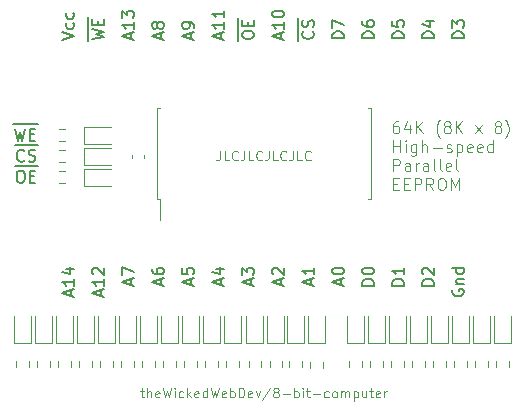
<source format=gbr>
%TF.GenerationSoftware,KiCad,Pcbnew,(5.1.10-1-10_14)*%
%TF.CreationDate,2021-10-02T01:03:44-04:00*%
%TF.ProjectId,microcode-eeprom,6d696372-6f63-46f6-9465-2d656570726f,rev?*%
%TF.SameCoordinates,Original*%
%TF.FileFunction,Legend,Top*%
%TF.FilePolarity,Positive*%
%FSLAX46Y46*%
G04 Gerber Fmt 4.6, Leading zero omitted, Abs format (unit mm)*
G04 Created by KiCad (PCBNEW (5.1.10-1-10_14)) date 2021-10-02 01:03:44*
%MOMM*%
%LPD*%
G01*
G04 APERTURE LIST*
%ADD10C,0.100000*%
%ADD11C,0.150000*%
%ADD12C,0.120000*%
G04 APERTURE END LIST*
D10*
X116700761Y-95065904D02*
X116700761Y-95637333D01*
X116662666Y-95751619D01*
X116586476Y-95827809D01*
X116472190Y-95865904D01*
X116396000Y-95865904D01*
X117462666Y-95865904D02*
X117081714Y-95865904D01*
X117081714Y-95065904D01*
X118186476Y-95789714D02*
X118148380Y-95827809D01*
X118034095Y-95865904D01*
X117957904Y-95865904D01*
X117843619Y-95827809D01*
X117767428Y-95751619D01*
X117729333Y-95675428D01*
X117691238Y-95523047D01*
X117691238Y-95408761D01*
X117729333Y-95256380D01*
X117767428Y-95180190D01*
X117843619Y-95104000D01*
X117957904Y-95065904D01*
X118034095Y-95065904D01*
X118148380Y-95104000D01*
X118186476Y-95142095D01*
X118757904Y-95065904D02*
X118757904Y-95637333D01*
X118719809Y-95751619D01*
X118643619Y-95827809D01*
X118529333Y-95865904D01*
X118453142Y-95865904D01*
X119519809Y-95865904D02*
X119138857Y-95865904D01*
X119138857Y-95065904D01*
X120243619Y-95789714D02*
X120205523Y-95827809D01*
X120091238Y-95865904D01*
X120015047Y-95865904D01*
X119900761Y-95827809D01*
X119824571Y-95751619D01*
X119786476Y-95675428D01*
X119748380Y-95523047D01*
X119748380Y-95408761D01*
X119786476Y-95256380D01*
X119824571Y-95180190D01*
X119900761Y-95104000D01*
X120015047Y-95065904D01*
X120091238Y-95065904D01*
X120205523Y-95104000D01*
X120243619Y-95142095D01*
X120815047Y-95065904D02*
X120815047Y-95637333D01*
X120776952Y-95751619D01*
X120700761Y-95827809D01*
X120586476Y-95865904D01*
X120510285Y-95865904D01*
X121576952Y-95865904D02*
X121196000Y-95865904D01*
X121196000Y-95065904D01*
X122300761Y-95789714D02*
X122262666Y-95827809D01*
X122148380Y-95865904D01*
X122072190Y-95865904D01*
X121957904Y-95827809D01*
X121881714Y-95751619D01*
X121843619Y-95675428D01*
X121805523Y-95523047D01*
X121805523Y-95408761D01*
X121843619Y-95256380D01*
X121881714Y-95180190D01*
X121957904Y-95104000D01*
X122072190Y-95065904D01*
X122148380Y-95065904D01*
X122262666Y-95104000D01*
X122300761Y-95142095D01*
X122872190Y-95065904D02*
X122872190Y-95637333D01*
X122834095Y-95751619D01*
X122757904Y-95827809D01*
X122643619Y-95865904D01*
X122567428Y-95865904D01*
X123634095Y-95865904D02*
X123253142Y-95865904D01*
X123253142Y-95065904D01*
X124357904Y-95789714D02*
X124319809Y-95827809D01*
X124205523Y-95865904D01*
X124129333Y-95865904D01*
X124015047Y-95827809D01*
X123938857Y-95751619D01*
X123900761Y-95675428D01*
X123862666Y-95523047D01*
X123862666Y-95408761D01*
X123900761Y-95256380D01*
X123938857Y-95180190D01*
X124015047Y-95104000D01*
X124129333Y-95065904D01*
X124205523Y-95065904D01*
X124319809Y-95104000D01*
X124357904Y-95142095D01*
X109957904Y-115398571D02*
X110262666Y-115398571D01*
X110072190Y-115131904D02*
X110072190Y-115817619D01*
X110110285Y-115893809D01*
X110186476Y-115931904D01*
X110262666Y-115931904D01*
X110529333Y-115931904D02*
X110529333Y-115131904D01*
X110872190Y-115931904D02*
X110872190Y-115512857D01*
X110834095Y-115436666D01*
X110757904Y-115398571D01*
X110643619Y-115398571D01*
X110567428Y-115436666D01*
X110529333Y-115474761D01*
X111557904Y-115893809D02*
X111481714Y-115931904D01*
X111329333Y-115931904D01*
X111253142Y-115893809D01*
X111215047Y-115817619D01*
X111215047Y-115512857D01*
X111253142Y-115436666D01*
X111329333Y-115398571D01*
X111481714Y-115398571D01*
X111557904Y-115436666D01*
X111596000Y-115512857D01*
X111596000Y-115589047D01*
X111215047Y-115665238D01*
X111862666Y-115131904D02*
X112053142Y-115931904D01*
X112205523Y-115360476D01*
X112357904Y-115931904D01*
X112548380Y-115131904D01*
X112853142Y-115931904D02*
X112853142Y-115398571D01*
X112853142Y-115131904D02*
X112815047Y-115170000D01*
X112853142Y-115208095D01*
X112891238Y-115170000D01*
X112853142Y-115131904D01*
X112853142Y-115208095D01*
X113576952Y-115893809D02*
X113500761Y-115931904D01*
X113348380Y-115931904D01*
X113272190Y-115893809D01*
X113234095Y-115855714D01*
X113196000Y-115779523D01*
X113196000Y-115550952D01*
X113234095Y-115474761D01*
X113272190Y-115436666D01*
X113348380Y-115398571D01*
X113500761Y-115398571D01*
X113576952Y-115436666D01*
X113919809Y-115931904D02*
X113919809Y-115131904D01*
X113996000Y-115627142D02*
X114224571Y-115931904D01*
X114224571Y-115398571D02*
X113919809Y-115703333D01*
X114872190Y-115893809D02*
X114796000Y-115931904D01*
X114643619Y-115931904D01*
X114567428Y-115893809D01*
X114529333Y-115817619D01*
X114529333Y-115512857D01*
X114567428Y-115436666D01*
X114643619Y-115398571D01*
X114796000Y-115398571D01*
X114872190Y-115436666D01*
X114910285Y-115512857D01*
X114910285Y-115589047D01*
X114529333Y-115665238D01*
X115596000Y-115931904D02*
X115596000Y-115131904D01*
X115596000Y-115893809D02*
X115519809Y-115931904D01*
X115367428Y-115931904D01*
X115291238Y-115893809D01*
X115253142Y-115855714D01*
X115215047Y-115779523D01*
X115215047Y-115550952D01*
X115253142Y-115474761D01*
X115291238Y-115436666D01*
X115367428Y-115398571D01*
X115519809Y-115398571D01*
X115596000Y-115436666D01*
X115900761Y-115131904D02*
X116091238Y-115931904D01*
X116243619Y-115360476D01*
X116396000Y-115931904D01*
X116586476Y-115131904D01*
X117196000Y-115893809D02*
X117119809Y-115931904D01*
X116967428Y-115931904D01*
X116891238Y-115893809D01*
X116853142Y-115817619D01*
X116853142Y-115512857D01*
X116891238Y-115436666D01*
X116967428Y-115398571D01*
X117119809Y-115398571D01*
X117196000Y-115436666D01*
X117234095Y-115512857D01*
X117234095Y-115589047D01*
X116853142Y-115665238D01*
X117576952Y-115931904D02*
X117576952Y-115131904D01*
X117576952Y-115436666D02*
X117653142Y-115398571D01*
X117805523Y-115398571D01*
X117881714Y-115436666D01*
X117919809Y-115474761D01*
X117957904Y-115550952D01*
X117957904Y-115779523D01*
X117919809Y-115855714D01*
X117881714Y-115893809D01*
X117805523Y-115931904D01*
X117653142Y-115931904D01*
X117576952Y-115893809D01*
X118300761Y-115931904D02*
X118300761Y-115131904D01*
X118491238Y-115131904D01*
X118605523Y-115170000D01*
X118681714Y-115246190D01*
X118719809Y-115322380D01*
X118757904Y-115474761D01*
X118757904Y-115589047D01*
X118719809Y-115741428D01*
X118681714Y-115817619D01*
X118605523Y-115893809D01*
X118491238Y-115931904D01*
X118300761Y-115931904D01*
X119405523Y-115893809D02*
X119329333Y-115931904D01*
X119176952Y-115931904D01*
X119100761Y-115893809D01*
X119062666Y-115817619D01*
X119062666Y-115512857D01*
X119100761Y-115436666D01*
X119176952Y-115398571D01*
X119329333Y-115398571D01*
X119405523Y-115436666D01*
X119443619Y-115512857D01*
X119443619Y-115589047D01*
X119062666Y-115665238D01*
X119710285Y-115398571D02*
X119900761Y-115931904D01*
X120091238Y-115398571D01*
X120967428Y-115093809D02*
X120281714Y-116122380D01*
X121348380Y-115474761D02*
X121272190Y-115436666D01*
X121234095Y-115398571D01*
X121196000Y-115322380D01*
X121196000Y-115284285D01*
X121234095Y-115208095D01*
X121272190Y-115170000D01*
X121348380Y-115131904D01*
X121500761Y-115131904D01*
X121576952Y-115170000D01*
X121615047Y-115208095D01*
X121653142Y-115284285D01*
X121653142Y-115322380D01*
X121615047Y-115398571D01*
X121576952Y-115436666D01*
X121500761Y-115474761D01*
X121348380Y-115474761D01*
X121272190Y-115512857D01*
X121234095Y-115550952D01*
X121196000Y-115627142D01*
X121196000Y-115779523D01*
X121234095Y-115855714D01*
X121272190Y-115893809D01*
X121348380Y-115931904D01*
X121500761Y-115931904D01*
X121576952Y-115893809D01*
X121615047Y-115855714D01*
X121653142Y-115779523D01*
X121653142Y-115627142D01*
X121615047Y-115550952D01*
X121576952Y-115512857D01*
X121500761Y-115474761D01*
X121996000Y-115627142D02*
X122605523Y-115627142D01*
X122986476Y-115931904D02*
X122986476Y-115131904D01*
X122986476Y-115436666D02*
X123062666Y-115398571D01*
X123215047Y-115398571D01*
X123291238Y-115436666D01*
X123329333Y-115474761D01*
X123367428Y-115550952D01*
X123367428Y-115779523D01*
X123329333Y-115855714D01*
X123291238Y-115893809D01*
X123215047Y-115931904D01*
X123062666Y-115931904D01*
X122986476Y-115893809D01*
X123710285Y-115931904D02*
X123710285Y-115398571D01*
X123710285Y-115131904D02*
X123672190Y-115170000D01*
X123710285Y-115208095D01*
X123748380Y-115170000D01*
X123710285Y-115131904D01*
X123710285Y-115208095D01*
X123976952Y-115398571D02*
X124281714Y-115398571D01*
X124091238Y-115131904D02*
X124091238Y-115817619D01*
X124129333Y-115893809D01*
X124205523Y-115931904D01*
X124281714Y-115931904D01*
X124548380Y-115627142D02*
X125157904Y-115627142D01*
X125881714Y-115893809D02*
X125805523Y-115931904D01*
X125653142Y-115931904D01*
X125576952Y-115893809D01*
X125538857Y-115855714D01*
X125500761Y-115779523D01*
X125500761Y-115550952D01*
X125538857Y-115474761D01*
X125576952Y-115436666D01*
X125653142Y-115398571D01*
X125805523Y-115398571D01*
X125881714Y-115436666D01*
X126338857Y-115931904D02*
X126262666Y-115893809D01*
X126224571Y-115855714D01*
X126186476Y-115779523D01*
X126186476Y-115550952D01*
X126224571Y-115474761D01*
X126262666Y-115436666D01*
X126338857Y-115398571D01*
X126453142Y-115398571D01*
X126529333Y-115436666D01*
X126567428Y-115474761D01*
X126605523Y-115550952D01*
X126605523Y-115779523D01*
X126567428Y-115855714D01*
X126529333Y-115893809D01*
X126453142Y-115931904D01*
X126338857Y-115931904D01*
X126948380Y-115931904D02*
X126948380Y-115398571D01*
X126948380Y-115474761D02*
X126986476Y-115436666D01*
X127062666Y-115398571D01*
X127176952Y-115398571D01*
X127253142Y-115436666D01*
X127291238Y-115512857D01*
X127291238Y-115931904D01*
X127291238Y-115512857D02*
X127329333Y-115436666D01*
X127405523Y-115398571D01*
X127519809Y-115398571D01*
X127596000Y-115436666D01*
X127634095Y-115512857D01*
X127634095Y-115931904D01*
X128015047Y-115398571D02*
X128015047Y-116198571D01*
X128015047Y-115436666D02*
X128091238Y-115398571D01*
X128243619Y-115398571D01*
X128319809Y-115436666D01*
X128357904Y-115474761D01*
X128396000Y-115550952D01*
X128396000Y-115779523D01*
X128357904Y-115855714D01*
X128319809Y-115893809D01*
X128243619Y-115931904D01*
X128091238Y-115931904D01*
X128015047Y-115893809D01*
X129081714Y-115398571D02*
X129081714Y-115931904D01*
X128738857Y-115398571D02*
X128738857Y-115817619D01*
X128776952Y-115893809D01*
X128853142Y-115931904D01*
X128967428Y-115931904D01*
X129043619Y-115893809D01*
X129081714Y-115855714D01*
X129348380Y-115398571D02*
X129653142Y-115398571D01*
X129462666Y-115131904D02*
X129462666Y-115817619D01*
X129500761Y-115893809D01*
X129576952Y-115931904D01*
X129653142Y-115931904D01*
X130224571Y-115893809D02*
X130148380Y-115931904D01*
X129996000Y-115931904D01*
X129919809Y-115893809D01*
X129881714Y-115817619D01*
X129881714Y-115512857D01*
X129919809Y-115436666D01*
X129996000Y-115398571D01*
X130148380Y-115398571D01*
X130224571Y-115436666D01*
X130262666Y-115512857D01*
X130262666Y-115589047D01*
X129881714Y-115665238D01*
X130605523Y-115931904D02*
X130605523Y-115398571D01*
X130605523Y-115550952D02*
X130643619Y-115474761D01*
X130681714Y-115436666D01*
X130757904Y-115398571D01*
X130834095Y-115398571D01*
X131795666Y-92556380D02*
X131605190Y-92556380D01*
X131509952Y-92604000D01*
X131462333Y-92651619D01*
X131367095Y-92794476D01*
X131319476Y-92984952D01*
X131319476Y-93365904D01*
X131367095Y-93461142D01*
X131414714Y-93508761D01*
X131509952Y-93556380D01*
X131700428Y-93556380D01*
X131795666Y-93508761D01*
X131843285Y-93461142D01*
X131890904Y-93365904D01*
X131890904Y-93127809D01*
X131843285Y-93032571D01*
X131795666Y-92984952D01*
X131700428Y-92937333D01*
X131509952Y-92937333D01*
X131414714Y-92984952D01*
X131367095Y-93032571D01*
X131319476Y-93127809D01*
X132748047Y-92889714D02*
X132748047Y-93556380D01*
X132509952Y-92508761D02*
X132271857Y-93223047D01*
X132890904Y-93223047D01*
X133271857Y-93556380D02*
X133271857Y-92556380D01*
X133843285Y-93556380D02*
X133414714Y-92984952D01*
X133843285Y-92556380D02*
X133271857Y-93127809D01*
X135319476Y-93937333D02*
X135271857Y-93889714D01*
X135176619Y-93746857D01*
X135129000Y-93651619D01*
X135081380Y-93508761D01*
X135033761Y-93270666D01*
X135033761Y-93080190D01*
X135081380Y-92842095D01*
X135129000Y-92699238D01*
X135176619Y-92604000D01*
X135271857Y-92461142D01*
X135319476Y-92413523D01*
X135843285Y-92984952D02*
X135748047Y-92937333D01*
X135700428Y-92889714D01*
X135652809Y-92794476D01*
X135652809Y-92746857D01*
X135700428Y-92651619D01*
X135748047Y-92604000D01*
X135843285Y-92556380D01*
X136033761Y-92556380D01*
X136129000Y-92604000D01*
X136176619Y-92651619D01*
X136224238Y-92746857D01*
X136224238Y-92794476D01*
X136176619Y-92889714D01*
X136129000Y-92937333D01*
X136033761Y-92984952D01*
X135843285Y-92984952D01*
X135748047Y-93032571D01*
X135700428Y-93080190D01*
X135652809Y-93175428D01*
X135652809Y-93365904D01*
X135700428Y-93461142D01*
X135748047Y-93508761D01*
X135843285Y-93556380D01*
X136033761Y-93556380D01*
X136129000Y-93508761D01*
X136176619Y-93461142D01*
X136224238Y-93365904D01*
X136224238Y-93175428D01*
X136176619Y-93080190D01*
X136129000Y-93032571D01*
X136033761Y-92984952D01*
X136652809Y-93556380D02*
X136652809Y-92556380D01*
X137224238Y-93556380D02*
X136795666Y-92984952D01*
X137224238Y-92556380D02*
X136652809Y-93127809D01*
X138319476Y-93556380D02*
X138843285Y-92889714D01*
X138319476Y-92889714D02*
X138843285Y-93556380D01*
X140129000Y-92984952D02*
X140033761Y-92937333D01*
X139986142Y-92889714D01*
X139938523Y-92794476D01*
X139938523Y-92746857D01*
X139986142Y-92651619D01*
X140033761Y-92604000D01*
X140129000Y-92556380D01*
X140319476Y-92556380D01*
X140414714Y-92604000D01*
X140462333Y-92651619D01*
X140509952Y-92746857D01*
X140509952Y-92794476D01*
X140462333Y-92889714D01*
X140414714Y-92937333D01*
X140319476Y-92984952D01*
X140129000Y-92984952D01*
X140033761Y-93032571D01*
X139986142Y-93080190D01*
X139938523Y-93175428D01*
X139938523Y-93365904D01*
X139986142Y-93461142D01*
X140033761Y-93508761D01*
X140129000Y-93556380D01*
X140319476Y-93556380D01*
X140414714Y-93508761D01*
X140462333Y-93461142D01*
X140509952Y-93365904D01*
X140509952Y-93175428D01*
X140462333Y-93080190D01*
X140414714Y-93032571D01*
X140319476Y-92984952D01*
X140843285Y-93937333D02*
X140890904Y-93889714D01*
X140986142Y-93746857D01*
X141033761Y-93651619D01*
X141081380Y-93508761D01*
X141129000Y-93270666D01*
X141129000Y-93080190D01*
X141081380Y-92842095D01*
X141033761Y-92699238D01*
X140986142Y-92604000D01*
X140890904Y-92461142D01*
X140843285Y-92413523D01*
X131367095Y-95156380D02*
X131367095Y-94156380D01*
X131367095Y-94632571D02*
X131938523Y-94632571D01*
X131938523Y-95156380D02*
X131938523Y-94156380D01*
X132414714Y-95156380D02*
X132414714Y-94489714D01*
X132414714Y-94156380D02*
X132367095Y-94204000D01*
X132414714Y-94251619D01*
X132462333Y-94204000D01*
X132414714Y-94156380D01*
X132414714Y-94251619D01*
X133319476Y-94489714D02*
X133319476Y-95299238D01*
X133271857Y-95394476D01*
X133224238Y-95442095D01*
X133129000Y-95489714D01*
X132986142Y-95489714D01*
X132890904Y-95442095D01*
X133319476Y-95108761D02*
X133224238Y-95156380D01*
X133033761Y-95156380D01*
X132938523Y-95108761D01*
X132890904Y-95061142D01*
X132843285Y-94965904D01*
X132843285Y-94680190D01*
X132890904Y-94584952D01*
X132938523Y-94537333D01*
X133033761Y-94489714D01*
X133224238Y-94489714D01*
X133319476Y-94537333D01*
X133795666Y-95156380D02*
X133795666Y-94156380D01*
X134224238Y-95156380D02*
X134224238Y-94632571D01*
X134176619Y-94537333D01*
X134081380Y-94489714D01*
X133938523Y-94489714D01*
X133843285Y-94537333D01*
X133795666Y-94584952D01*
X134700428Y-94775428D02*
X135462333Y-94775428D01*
X135890904Y-95108761D02*
X135986142Y-95156380D01*
X136176619Y-95156380D01*
X136271857Y-95108761D01*
X136319476Y-95013523D01*
X136319476Y-94965904D01*
X136271857Y-94870666D01*
X136176619Y-94823047D01*
X136033761Y-94823047D01*
X135938523Y-94775428D01*
X135890904Y-94680190D01*
X135890904Y-94632571D01*
X135938523Y-94537333D01*
X136033761Y-94489714D01*
X136176619Y-94489714D01*
X136271857Y-94537333D01*
X136748047Y-94489714D02*
X136748047Y-95489714D01*
X136748047Y-94537333D02*
X136843285Y-94489714D01*
X137033761Y-94489714D01*
X137129000Y-94537333D01*
X137176619Y-94584952D01*
X137224238Y-94680190D01*
X137224238Y-94965904D01*
X137176619Y-95061142D01*
X137129000Y-95108761D01*
X137033761Y-95156380D01*
X136843285Y-95156380D01*
X136748047Y-95108761D01*
X138033761Y-95108761D02*
X137938523Y-95156380D01*
X137748047Y-95156380D01*
X137652809Y-95108761D01*
X137605190Y-95013523D01*
X137605190Y-94632571D01*
X137652809Y-94537333D01*
X137748047Y-94489714D01*
X137938523Y-94489714D01*
X138033761Y-94537333D01*
X138081380Y-94632571D01*
X138081380Y-94727809D01*
X137605190Y-94823047D01*
X138890904Y-95108761D02*
X138795666Y-95156380D01*
X138605190Y-95156380D01*
X138509952Y-95108761D01*
X138462333Y-95013523D01*
X138462333Y-94632571D01*
X138509952Y-94537333D01*
X138605190Y-94489714D01*
X138795666Y-94489714D01*
X138890904Y-94537333D01*
X138938523Y-94632571D01*
X138938523Y-94727809D01*
X138462333Y-94823047D01*
X139795666Y-95156380D02*
X139795666Y-94156380D01*
X139795666Y-95108761D02*
X139700428Y-95156380D01*
X139509952Y-95156380D01*
X139414714Y-95108761D01*
X139367095Y-95061142D01*
X139319476Y-94965904D01*
X139319476Y-94680190D01*
X139367095Y-94584952D01*
X139414714Y-94537333D01*
X139509952Y-94489714D01*
X139700428Y-94489714D01*
X139795666Y-94537333D01*
X131367095Y-96756380D02*
X131367095Y-95756380D01*
X131748047Y-95756380D01*
X131843285Y-95804000D01*
X131890904Y-95851619D01*
X131938523Y-95946857D01*
X131938523Y-96089714D01*
X131890904Y-96184952D01*
X131843285Y-96232571D01*
X131748047Y-96280190D01*
X131367095Y-96280190D01*
X132795666Y-96756380D02*
X132795666Y-96232571D01*
X132748047Y-96137333D01*
X132652809Y-96089714D01*
X132462333Y-96089714D01*
X132367095Y-96137333D01*
X132795666Y-96708761D02*
X132700428Y-96756380D01*
X132462333Y-96756380D01*
X132367095Y-96708761D01*
X132319476Y-96613523D01*
X132319476Y-96518285D01*
X132367095Y-96423047D01*
X132462333Y-96375428D01*
X132700428Y-96375428D01*
X132795666Y-96327809D01*
X133271857Y-96756380D02*
X133271857Y-96089714D01*
X133271857Y-96280190D02*
X133319476Y-96184952D01*
X133367095Y-96137333D01*
X133462333Y-96089714D01*
X133557571Y-96089714D01*
X134319476Y-96756380D02*
X134319476Y-96232571D01*
X134271857Y-96137333D01*
X134176619Y-96089714D01*
X133986142Y-96089714D01*
X133890904Y-96137333D01*
X134319476Y-96708761D02*
X134224238Y-96756380D01*
X133986142Y-96756380D01*
X133890904Y-96708761D01*
X133843285Y-96613523D01*
X133843285Y-96518285D01*
X133890904Y-96423047D01*
X133986142Y-96375428D01*
X134224238Y-96375428D01*
X134319476Y-96327809D01*
X134938523Y-96756380D02*
X134843285Y-96708761D01*
X134795666Y-96613523D01*
X134795666Y-95756380D01*
X135462333Y-96756380D02*
X135367095Y-96708761D01*
X135319476Y-96613523D01*
X135319476Y-95756380D01*
X136224238Y-96708761D02*
X136129000Y-96756380D01*
X135938523Y-96756380D01*
X135843285Y-96708761D01*
X135795666Y-96613523D01*
X135795666Y-96232571D01*
X135843285Y-96137333D01*
X135938523Y-96089714D01*
X136129000Y-96089714D01*
X136224238Y-96137333D01*
X136271857Y-96232571D01*
X136271857Y-96327809D01*
X135795666Y-96423047D01*
X136843285Y-96756380D02*
X136748047Y-96708761D01*
X136700428Y-96613523D01*
X136700428Y-95756380D01*
X131367095Y-97832571D02*
X131700428Y-97832571D01*
X131843285Y-98356380D02*
X131367095Y-98356380D01*
X131367095Y-97356380D01*
X131843285Y-97356380D01*
X132271857Y-97832571D02*
X132605190Y-97832571D01*
X132748047Y-98356380D02*
X132271857Y-98356380D01*
X132271857Y-97356380D01*
X132748047Y-97356380D01*
X133176619Y-98356380D02*
X133176619Y-97356380D01*
X133557571Y-97356380D01*
X133652809Y-97404000D01*
X133700428Y-97451619D01*
X133748047Y-97546857D01*
X133748047Y-97689714D01*
X133700428Y-97784952D01*
X133652809Y-97832571D01*
X133557571Y-97880190D01*
X133176619Y-97880190D01*
X134748047Y-98356380D02*
X134414714Y-97880190D01*
X134176619Y-98356380D02*
X134176619Y-97356380D01*
X134557571Y-97356380D01*
X134652809Y-97404000D01*
X134700428Y-97451619D01*
X134748047Y-97546857D01*
X134748047Y-97689714D01*
X134700428Y-97784952D01*
X134652809Y-97832571D01*
X134557571Y-97880190D01*
X134176619Y-97880190D01*
X135367095Y-97356380D02*
X135557571Y-97356380D01*
X135652809Y-97404000D01*
X135748047Y-97499238D01*
X135795666Y-97689714D01*
X135795666Y-98023047D01*
X135748047Y-98213523D01*
X135652809Y-98308761D01*
X135557571Y-98356380D01*
X135367095Y-98356380D01*
X135271857Y-98308761D01*
X135176619Y-98213523D01*
X135129000Y-98023047D01*
X135129000Y-97689714D01*
X135176619Y-97499238D01*
X135271857Y-97404000D01*
X135367095Y-97356380D01*
X136224238Y-98356380D02*
X136224238Y-97356380D01*
X136557571Y-98070666D01*
X136890904Y-97356380D01*
X136890904Y-98356380D01*
D11*
X99296119Y-96367000D02*
X100343738Y-96367000D01*
X99724690Y-96734380D02*
X99915166Y-96734380D01*
X100010404Y-96782000D01*
X100105642Y-96877238D01*
X100153261Y-97067714D01*
X100153261Y-97401047D01*
X100105642Y-97591523D01*
X100010404Y-97686761D01*
X99915166Y-97734380D01*
X99724690Y-97734380D01*
X99629452Y-97686761D01*
X99534214Y-97591523D01*
X99486595Y-97401047D01*
X99486595Y-97067714D01*
X99534214Y-96877238D01*
X99629452Y-96782000D01*
X99724690Y-96734380D01*
X100343738Y-96367000D02*
X101248500Y-96367000D01*
X100581833Y-97210571D02*
X100915166Y-97210571D01*
X101058023Y-97734380D02*
X100581833Y-97734380D01*
X100581833Y-96734380D01*
X101058023Y-96734380D01*
X99296119Y-94589000D02*
X100296119Y-94589000D01*
X100105642Y-95861142D02*
X100058023Y-95908761D01*
X99915166Y-95956380D01*
X99819928Y-95956380D01*
X99677071Y-95908761D01*
X99581833Y-95813523D01*
X99534214Y-95718285D01*
X99486595Y-95527809D01*
X99486595Y-95384952D01*
X99534214Y-95194476D01*
X99581833Y-95099238D01*
X99677071Y-95004000D01*
X99819928Y-94956380D01*
X99915166Y-94956380D01*
X100058023Y-95004000D01*
X100105642Y-95051619D01*
X100296119Y-94589000D02*
X101248500Y-94589000D01*
X100486595Y-95908761D02*
X100629452Y-95956380D01*
X100867547Y-95956380D01*
X100962785Y-95908761D01*
X101010404Y-95861142D01*
X101058023Y-95765904D01*
X101058023Y-95670666D01*
X101010404Y-95575428D01*
X100962785Y-95527809D01*
X100867547Y-95480190D01*
X100677071Y-95432571D01*
X100581833Y-95384952D01*
X100534214Y-95337333D01*
X100486595Y-95242095D01*
X100486595Y-95146857D01*
X100534214Y-95051619D01*
X100581833Y-95004000D01*
X100677071Y-94956380D01*
X100915166Y-94956380D01*
X101058023Y-95004000D01*
X99200880Y-92811000D02*
X100343738Y-92811000D01*
X99343738Y-93178380D02*
X99581833Y-94178380D01*
X99772309Y-93464095D01*
X99962785Y-94178380D01*
X100200880Y-93178380D01*
X100343738Y-92811000D02*
X101248500Y-92811000D01*
X100581833Y-93654571D02*
X100915166Y-93654571D01*
X101058023Y-94178380D02*
X100581833Y-94178380D01*
X100581833Y-93178380D01*
X101058023Y-93178380D01*
X136406000Y-106793119D02*
X136358380Y-106888357D01*
X136358380Y-107031214D01*
X136406000Y-107174071D01*
X136501238Y-107269309D01*
X136596476Y-107316928D01*
X136786952Y-107364547D01*
X136929809Y-107364547D01*
X137120285Y-107316928D01*
X137215523Y-107269309D01*
X137310761Y-107174071D01*
X137358380Y-107031214D01*
X137358380Y-106935976D01*
X137310761Y-106793119D01*
X137263142Y-106745500D01*
X136929809Y-106745500D01*
X136929809Y-106935976D01*
X136691714Y-106316928D02*
X137358380Y-106316928D01*
X136786952Y-106316928D02*
X136739333Y-106269309D01*
X136691714Y-106174071D01*
X136691714Y-106031214D01*
X136739333Y-105935976D01*
X136834571Y-105888357D01*
X137358380Y-105888357D01*
X137358380Y-104983595D02*
X136358380Y-104983595D01*
X137310761Y-104983595D02*
X137358380Y-105078833D01*
X137358380Y-105269309D01*
X137310761Y-105364547D01*
X137263142Y-105412166D01*
X137167904Y-105459785D01*
X136882190Y-105459785D01*
X136786952Y-105412166D01*
X136739333Y-105364547D01*
X136691714Y-105269309D01*
X136691714Y-105078833D01*
X136739333Y-104983595D01*
X134818380Y-106459785D02*
X133818380Y-106459785D01*
X133818380Y-106221690D01*
X133866000Y-106078833D01*
X133961238Y-105983595D01*
X134056476Y-105935976D01*
X134246952Y-105888357D01*
X134389809Y-105888357D01*
X134580285Y-105935976D01*
X134675523Y-105983595D01*
X134770761Y-106078833D01*
X134818380Y-106221690D01*
X134818380Y-106459785D01*
X133913619Y-105507404D02*
X133866000Y-105459785D01*
X133818380Y-105364547D01*
X133818380Y-105126452D01*
X133866000Y-105031214D01*
X133913619Y-104983595D01*
X134008857Y-104935976D01*
X134104095Y-104935976D01*
X134246952Y-104983595D01*
X134818380Y-105555023D01*
X134818380Y-104935976D01*
X132278380Y-106459785D02*
X131278380Y-106459785D01*
X131278380Y-106221690D01*
X131326000Y-106078833D01*
X131421238Y-105983595D01*
X131516476Y-105935976D01*
X131706952Y-105888357D01*
X131849809Y-105888357D01*
X132040285Y-105935976D01*
X132135523Y-105983595D01*
X132230761Y-106078833D01*
X132278380Y-106221690D01*
X132278380Y-106459785D01*
X132278380Y-104935976D02*
X132278380Y-105507404D01*
X132278380Y-105221690D02*
X131278380Y-105221690D01*
X131421238Y-105316928D01*
X131516476Y-105412166D01*
X131564095Y-105507404D01*
X129738380Y-106459785D02*
X128738380Y-106459785D01*
X128738380Y-106221690D01*
X128786000Y-106078833D01*
X128881238Y-105983595D01*
X128976476Y-105935976D01*
X129166952Y-105888357D01*
X129309809Y-105888357D01*
X129500285Y-105935976D01*
X129595523Y-105983595D01*
X129690761Y-106078833D01*
X129738380Y-106221690D01*
X129738380Y-106459785D01*
X128738380Y-105269309D02*
X128738380Y-105174071D01*
X128786000Y-105078833D01*
X128833619Y-105031214D01*
X128928857Y-104983595D01*
X129119333Y-104935976D01*
X129357428Y-104935976D01*
X129547904Y-104983595D01*
X129643142Y-105031214D01*
X129690761Y-105078833D01*
X129738380Y-105174071D01*
X129738380Y-105269309D01*
X129690761Y-105364547D01*
X129643142Y-105412166D01*
X129547904Y-105459785D01*
X129357428Y-105507404D01*
X129119333Y-105507404D01*
X128928857Y-105459785D01*
X128833619Y-105412166D01*
X128786000Y-105364547D01*
X128738380Y-105269309D01*
X126912666Y-106364547D02*
X126912666Y-105888357D01*
X127198380Y-106459785D02*
X126198380Y-106126452D01*
X127198380Y-105793119D01*
X126198380Y-105269309D02*
X126198380Y-105174071D01*
X126246000Y-105078833D01*
X126293619Y-105031214D01*
X126388857Y-104983595D01*
X126579333Y-104935976D01*
X126817428Y-104935976D01*
X127007904Y-104983595D01*
X127103142Y-105031214D01*
X127150761Y-105078833D01*
X127198380Y-105174071D01*
X127198380Y-105269309D01*
X127150761Y-105364547D01*
X127103142Y-105412166D01*
X127007904Y-105459785D01*
X126817428Y-105507404D01*
X126579333Y-105507404D01*
X126388857Y-105459785D01*
X126293619Y-105412166D01*
X126246000Y-105364547D01*
X126198380Y-105269309D01*
X124372666Y-106364547D02*
X124372666Y-105888357D01*
X124658380Y-106459785D02*
X123658380Y-106126452D01*
X124658380Y-105793119D01*
X124658380Y-104935976D02*
X124658380Y-105507404D01*
X124658380Y-105221690D02*
X123658380Y-105221690D01*
X123801238Y-105316928D01*
X123896476Y-105412166D01*
X123944095Y-105507404D01*
X121832666Y-106364547D02*
X121832666Y-105888357D01*
X122118380Y-106459785D02*
X121118380Y-106126452D01*
X122118380Y-105793119D01*
X121213619Y-105507404D02*
X121166000Y-105459785D01*
X121118380Y-105364547D01*
X121118380Y-105126452D01*
X121166000Y-105031214D01*
X121213619Y-104983595D01*
X121308857Y-104935976D01*
X121404095Y-104935976D01*
X121546952Y-104983595D01*
X122118380Y-105555023D01*
X122118380Y-104935976D01*
X119292666Y-106364547D02*
X119292666Y-105888357D01*
X119578380Y-106459785D02*
X118578380Y-106126452D01*
X119578380Y-105793119D01*
X118578380Y-105555023D02*
X118578380Y-104935976D01*
X118959333Y-105269309D01*
X118959333Y-105126452D01*
X119006952Y-105031214D01*
X119054571Y-104983595D01*
X119149809Y-104935976D01*
X119387904Y-104935976D01*
X119483142Y-104983595D01*
X119530761Y-105031214D01*
X119578380Y-105126452D01*
X119578380Y-105412166D01*
X119530761Y-105507404D01*
X119483142Y-105555023D01*
X116752666Y-106364547D02*
X116752666Y-105888357D01*
X117038380Y-106459785D02*
X116038380Y-106126452D01*
X117038380Y-105793119D01*
X116371714Y-105031214D02*
X117038380Y-105031214D01*
X115990761Y-105269309D02*
X116705047Y-105507404D01*
X116705047Y-104888357D01*
X114212666Y-106364547D02*
X114212666Y-105888357D01*
X114498380Y-106459785D02*
X113498380Y-106126452D01*
X114498380Y-105793119D01*
X113498380Y-104983595D02*
X113498380Y-105459785D01*
X113974571Y-105507404D01*
X113926952Y-105459785D01*
X113879333Y-105364547D01*
X113879333Y-105126452D01*
X113926952Y-105031214D01*
X113974571Y-104983595D01*
X114069809Y-104935976D01*
X114307904Y-104935976D01*
X114403142Y-104983595D01*
X114450761Y-105031214D01*
X114498380Y-105126452D01*
X114498380Y-105364547D01*
X114450761Y-105459785D01*
X114403142Y-105507404D01*
X111672666Y-106364547D02*
X111672666Y-105888357D01*
X111958380Y-106459785D02*
X110958380Y-106126452D01*
X111958380Y-105793119D01*
X110958380Y-105031214D02*
X110958380Y-105221690D01*
X111006000Y-105316928D01*
X111053619Y-105364547D01*
X111196476Y-105459785D01*
X111386952Y-105507404D01*
X111767904Y-105507404D01*
X111863142Y-105459785D01*
X111910761Y-105412166D01*
X111958380Y-105316928D01*
X111958380Y-105126452D01*
X111910761Y-105031214D01*
X111863142Y-104983595D01*
X111767904Y-104935976D01*
X111529809Y-104935976D01*
X111434571Y-104983595D01*
X111386952Y-105031214D01*
X111339333Y-105126452D01*
X111339333Y-105316928D01*
X111386952Y-105412166D01*
X111434571Y-105459785D01*
X111529809Y-105507404D01*
X109132666Y-106364547D02*
X109132666Y-105888357D01*
X109418380Y-106459785D02*
X108418380Y-106126452D01*
X109418380Y-105793119D01*
X108418380Y-105555023D02*
X108418380Y-104888357D01*
X109418380Y-105316928D01*
X106592666Y-107316928D02*
X106592666Y-106840738D01*
X106878380Y-107412166D02*
X105878380Y-107078833D01*
X106878380Y-106745500D01*
X106878380Y-105888357D02*
X106878380Y-106459785D01*
X106878380Y-106174071D02*
X105878380Y-106174071D01*
X106021238Y-106269309D01*
X106116476Y-106364547D01*
X106164095Y-106459785D01*
X105973619Y-105507404D02*
X105926000Y-105459785D01*
X105878380Y-105364547D01*
X105878380Y-105126452D01*
X105926000Y-105031214D01*
X105973619Y-104983595D01*
X106068857Y-104935976D01*
X106164095Y-104935976D01*
X106306952Y-104983595D01*
X106878380Y-105555023D01*
X106878380Y-104935976D01*
X104052666Y-107316928D02*
X104052666Y-106840738D01*
X104338380Y-107412166D02*
X103338380Y-107078833D01*
X104338380Y-106745500D01*
X104338380Y-105888357D02*
X104338380Y-106459785D01*
X104338380Y-106174071D02*
X103338380Y-106174071D01*
X103481238Y-106269309D01*
X103576476Y-106364547D01*
X103624095Y-106459785D01*
X103671714Y-105031214D02*
X104338380Y-105031214D01*
X103290761Y-105269309D02*
X104005047Y-105507404D01*
X104005047Y-104888357D01*
X137358380Y-85516404D02*
X136358380Y-85516404D01*
X136358380Y-85278309D01*
X136406000Y-85135452D01*
X136501238Y-85040214D01*
X136596476Y-84992595D01*
X136786952Y-84944976D01*
X136929809Y-84944976D01*
X137120285Y-84992595D01*
X137215523Y-85040214D01*
X137310761Y-85135452D01*
X137358380Y-85278309D01*
X137358380Y-85516404D01*
X136358380Y-84611642D02*
X136358380Y-83992595D01*
X136739333Y-84325928D01*
X136739333Y-84183071D01*
X136786952Y-84087833D01*
X136834571Y-84040214D01*
X136929809Y-83992595D01*
X137167904Y-83992595D01*
X137263142Y-84040214D01*
X137310761Y-84087833D01*
X137358380Y-84183071D01*
X137358380Y-84468785D01*
X137310761Y-84564023D01*
X137263142Y-84611642D01*
X134818380Y-85516404D02*
X133818380Y-85516404D01*
X133818380Y-85278309D01*
X133866000Y-85135452D01*
X133961238Y-85040214D01*
X134056476Y-84992595D01*
X134246952Y-84944976D01*
X134389809Y-84944976D01*
X134580285Y-84992595D01*
X134675523Y-85040214D01*
X134770761Y-85135452D01*
X134818380Y-85278309D01*
X134818380Y-85516404D01*
X134151714Y-84087833D02*
X134818380Y-84087833D01*
X133770761Y-84325928D02*
X134485047Y-84564023D01*
X134485047Y-83944976D01*
X132278380Y-85516404D02*
X131278380Y-85516404D01*
X131278380Y-85278309D01*
X131326000Y-85135452D01*
X131421238Y-85040214D01*
X131516476Y-84992595D01*
X131706952Y-84944976D01*
X131849809Y-84944976D01*
X132040285Y-84992595D01*
X132135523Y-85040214D01*
X132230761Y-85135452D01*
X132278380Y-85278309D01*
X132278380Y-85516404D01*
X131278380Y-84040214D02*
X131278380Y-84516404D01*
X131754571Y-84564023D01*
X131706952Y-84516404D01*
X131659333Y-84421166D01*
X131659333Y-84183071D01*
X131706952Y-84087833D01*
X131754571Y-84040214D01*
X131849809Y-83992595D01*
X132087904Y-83992595D01*
X132183142Y-84040214D01*
X132230761Y-84087833D01*
X132278380Y-84183071D01*
X132278380Y-84421166D01*
X132230761Y-84516404D01*
X132183142Y-84564023D01*
X129738380Y-85516404D02*
X128738380Y-85516404D01*
X128738380Y-85278309D01*
X128786000Y-85135452D01*
X128881238Y-85040214D01*
X128976476Y-84992595D01*
X129166952Y-84944976D01*
X129309809Y-84944976D01*
X129500285Y-84992595D01*
X129595523Y-85040214D01*
X129690761Y-85135452D01*
X129738380Y-85278309D01*
X129738380Y-85516404D01*
X128738380Y-84087833D02*
X128738380Y-84278309D01*
X128786000Y-84373547D01*
X128833619Y-84421166D01*
X128976476Y-84516404D01*
X129166952Y-84564023D01*
X129547904Y-84564023D01*
X129643142Y-84516404D01*
X129690761Y-84468785D01*
X129738380Y-84373547D01*
X129738380Y-84183071D01*
X129690761Y-84087833D01*
X129643142Y-84040214D01*
X129547904Y-83992595D01*
X129309809Y-83992595D01*
X129214571Y-84040214D01*
X129166952Y-84087833D01*
X129119333Y-84183071D01*
X129119333Y-84373547D01*
X129166952Y-84468785D01*
X129214571Y-84516404D01*
X129309809Y-84564023D01*
X127198380Y-85516404D02*
X126198380Y-85516404D01*
X126198380Y-85278309D01*
X126246000Y-85135452D01*
X126341238Y-85040214D01*
X126436476Y-84992595D01*
X126626952Y-84944976D01*
X126769809Y-84944976D01*
X126960285Y-84992595D01*
X127055523Y-85040214D01*
X127150761Y-85135452D01*
X127198380Y-85278309D01*
X127198380Y-85516404D01*
X126198380Y-84611642D02*
X126198380Y-83944976D01*
X127198380Y-84373547D01*
X123291000Y-85754500D02*
X123291000Y-84754500D01*
X124563142Y-84944976D02*
X124610761Y-84992595D01*
X124658380Y-85135452D01*
X124658380Y-85230690D01*
X124610761Y-85373547D01*
X124515523Y-85468785D01*
X124420285Y-85516404D01*
X124229809Y-85564023D01*
X124086952Y-85564023D01*
X123896476Y-85516404D01*
X123801238Y-85468785D01*
X123706000Y-85373547D01*
X123658380Y-85230690D01*
X123658380Y-85135452D01*
X123706000Y-84992595D01*
X123753619Y-84944976D01*
X123291000Y-84754500D02*
X123291000Y-83802119D01*
X124610761Y-84564023D02*
X124658380Y-84421166D01*
X124658380Y-84183071D01*
X124610761Y-84087833D01*
X124563142Y-84040214D01*
X124467904Y-83992595D01*
X124372666Y-83992595D01*
X124277428Y-84040214D01*
X124229809Y-84087833D01*
X124182190Y-84183071D01*
X124134571Y-84373547D01*
X124086952Y-84468785D01*
X124039333Y-84516404D01*
X123944095Y-84564023D01*
X123848857Y-84564023D01*
X123753619Y-84516404D01*
X123706000Y-84468785D01*
X123658380Y-84373547D01*
X123658380Y-84135452D01*
X123706000Y-83992595D01*
X121832666Y-85564023D02*
X121832666Y-85087833D01*
X122118380Y-85659261D02*
X121118380Y-85325928D01*
X122118380Y-84992595D01*
X122118380Y-84135452D02*
X122118380Y-84706880D01*
X122118380Y-84421166D02*
X121118380Y-84421166D01*
X121261238Y-84516404D01*
X121356476Y-84611642D01*
X121404095Y-84706880D01*
X121118380Y-83516404D02*
X121118380Y-83421166D01*
X121166000Y-83325928D01*
X121213619Y-83278309D01*
X121308857Y-83230690D01*
X121499333Y-83183071D01*
X121737428Y-83183071D01*
X121927904Y-83230690D01*
X122023142Y-83278309D01*
X122070761Y-83325928D01*
X122118380Y-83421166D01*
X122118380Y-83516404D01*
X122070761Y-83611642D01*
X122023142Y-83659261D01*
X121927904Y-83706880D01*
X121737428Y-83754500D01*
X121499333Y-83754500D01*
X121308857Y-83706880D01*
X121213619Y-83659261D01*
X121166000Y-83611642D01*
X121118380Y-83516404D01*
X118211000Y-85754500D02*
X118211000Y-84706880D01*
X118578380Y-85325928D02*
X118578380Y-85135452D01*
X118626000Y-85040214D01*
X118721238Y-84944976D01*
X118911714Y-84897357D01*
X119245047Y-84897357D01*
X119435523Y-84944976D01*
X119530761Y-85040214D01*
X119578380Y-85135452D01*
X119578380Y-85325928D01*
X119530761Y-85421166D01*
X119435523Y-85516404D01*
X119245047Y-85564023D01*
X118911714Y-85564023D01*
X118721238Y-85516404D01*
X118626000Y-85421166D01*
X118578380Y-85325928D01*
X118211000Y-84706880D02*
X118211000Y-83802119D01*
X119054571Y-84468785D02*
X119054571Y-84135452D01*
X119578380Y-83992595D02*
X119578380Y-84468785D01*
X118578380Y-84468785D01*
X118578380Y-83992595D01*
X116752666Y-85564023D02*
X116752666Y-85087833D01*
X117038380Y-85659261D02*
X116038380Y-85325928D01*
X117038380Y-84992595D01*
X117038380Y-84135452D02*
X117038380Y-84706880D01*
X117038380Y-84421166D02*
X116038380Y-84421166D01*
X116181238Y-84516404D01*
X116276476Y-84611642D01*
X116324095Y-84706880D01*
X117038380Y-83183071D02*
X117038380Y-83754500D01*
X117038380Y-83468785D02*
X116038380Y-83468785D01*
X116181238Y-83564023D01*
X116276476Y-83659261D01*
X116324095Y-83754500D01*
X114212666Y-85564023D02*
X114212666Y-85087833D01*
X114498380Y-85659261D02*
X113498380Y-85325928D01*
X114498380Y-84992595D01*
X114498380Y-84611642D02*
X114498380Y-84421166D01*
X114450761Y-84325928D01*
X114403142Y-84278309D01*
X114260285Y-84183071D01*
X114069809Y-84135452D01*
X113688857Y-84135452D01*
X113593619Y-84183071D01*
X113546000Y-84230690D01*
X113498380Y-84325928D01*
X113498380Y-84516404D01*
X113546000Y-84611642D01*
X113593619Y-84659261D01*
X113688857Y-84706880D01*
X113926952Y-84706880D01*
X114022190Y-84659261D01*
X114069809Y-84611642D01*
X114117428Y-84516404D01*
X114117428Y-84325928D01*
X114069809Y-84230690D01*
X114022190Y-84183071D01*
X113926952Y-84135452D01*
X111672666Y-85564023D02*
X111672666Y-85087833D01*
X111958380Y-85659261D02*
X110958380Y-85325928D01*
X111958380Y-84992595D01*
X111386952Y-84516404D02*
X111339333Y-84611642D01*
X111291714Y-84659261D01*
X111196476Y-84706880D01*
X111148857Y-84706880D01*
X111053619Y-84659261D01*
X111006000Y-84611642D01*
X110958380Y-84516404D01*
X110958380Y-84325928D01*
X111006000Y-84230690D01*
X111053619Y-84183071D01*
X111148857Y-84135452D01*
X111196476Y-84135452D01*
X111291714Y-84183071D01*
X111339333Y-84230690D01*
X111386952Y-84325928D01*
X111386952Y-84516404D01*
X111434571Y-84611642D01*
X111482190Y-84659261D01*
X111577428Y-84706880D01*
X111767904Y-84706880D01*
X111863142Y-84659261D01*
X111910761Y-84611642D01*
X111958380Y-84516404D01*
X111958380Y-84325928D01*
X111910761Y-84230690D01*
X111863142Y-84183071D01*
X111767904Y-84135452D01*
X111577428Y-84135452D01*
X111482190Y-84183071D01*
X111434571Y-84230690D01*
X111386952Y-84325928D01*
X109132666Y-85564023D02*
X109132666Y-85087833D01*
X109418380Y-85659261D02*
X108418380Y-85325928D01*
X109418380Y-84992595D01*
X109418380Y-84135452D02*
X109418380Y-84706880D01*
X109418380Y-84421166D02*
X108418380Y-84421166D01*
X108561238Y-84516404D01*
X108656476Y-84611642D01*
X108704095Y-84706880D01*
X108418380Y-83802119D02*
X108418380Y-83183071D01*
X108799333Y-83516404D01*
X108799333Y-83373547D01*
X108846952Y-83278309D01*
X108894571Y-83230690D01*
X108989809Y-83183071D01*
X109227904Y-83183071D01*
X109323142Y-83230690D01*
X109370761Y-83278309D01*
X109418380Y-83373547D01*
X109418380Y-83659261D01*
X109370761Y-83754500D01*
X109323142Y-83802119D01*
X105511000Y-85754500D02*
X105511000Y-84611642D01*
X105878380Y-85611642D02*
X106878380Y-85373547D01*
X106164095Y-85183071D01*
X106878380Y-84992595D01*
X105878380Y-84754500D01*
X105511000Y-84611642D02*
X105511000Y-83706880D01*
X106354571Y-84373547D02*
X106354571Y-84040214D01*
X106878380Y-83897357D02*
X106878380Y-84373547D01*
X105878380Y-84373547D01*
X105878380Y-83897357D01*
X103338380Y-85659261D02*
X104338380Y-85325928D01*
X103338380Y-84992595D01*
X104290761Y-84230690D02*
X104338380Y-84325928D01*
X104338380Y-84516404D01*
X104290761Y-84611642D01*
X104243142Y-84659261D01*
X104147904Y-84706880D01*
X103862190Y-84706880D01*
X103766952Y-84659261D01*
X103719333Y-84611642D01*
X103671714Y-84516404D01*
X103671714Y-84325928D01*
X103719333Y-84230690D01*
X104290761Y-83373547D02*
X104338380Y-83468785D01*
X104338380Y-83659261D01*
X104290761Y-83754500D01*
X104243142Y-83802119D01*
X104147904Y-83849738D01*
X103862190Y-83849738D01*
X103766952Y-83802119D01*
X103719333Y-83754500D01*
X103671714Y-83659261D01*
X103671714Y-83468785D01*
X103719333Y-83373547D01*
D12*
%TO.C,U53*%
X103077742Y-96759500D02*
X103552258Y-96759500D01*
X103077742Y-97804500D02*
X103552258Y-97804500D01*
%TO.C,U52*%
X107454500Y-96547000D02*
X105169500Y-96547000D01*
X105169500Y-96547000D02*
X105169500Y-98017000D01*
X105169500Y-98017000D02*
X107454500Y-98017000D01*
%TO.C,U51*%
X103077742Y-93203500D02*
X103552258Y-93203500D01*
X103077742Y-94248500D02*
X103552258Y-94248500D01*
%TO.C,U50*%
X107454500Y-92991000D02*
X105169500Y-92991000D01*
X105169500Y-92991000D02*
X105169500Y-94461000D01*
X105169500Y-94461000D02*
X107454500Y-94461000D01*
%TO.C,U49*%
X103077742Y-94981500D02*
X103552258Y-94981500D01*
X103077742Y-96026500D02*
X103552258Y-96026500D01*
%TO.C,U48*%
X107454500Y-94769000D02*
X105169500Y-94769000D01*
X105169500Y-94769000D02*
X105169500Y-96239000D01*
X105169500Y-96239000D02*
X107454500Y-96239000D01*
%TO.C,C1*%
X110238000Y-95363420D02*
X110238000Y-95644580D01*
X109218000Y-95363420D02*
X109218000Y-95644580D01*
%TO.C,U1*%
X129456000Y-95250000D02*
X129456000Y-91390000D01*
X129456000Y-91390000D02*
X129211000Y-91390000D01*
X129456000Y-95250000D02*
X129456000Y-99110000D01*
X129456000Y-99110000D02*
X129211000Y-99110000D01*
X111336000Y-95250000D02*
X111336000Y-91390000D01*
X111336000Y-91390000D02*
X111581000Y-91390000D01*
X111336000Y-95250000D02*
X111336000Y-99110000D01*
X111336000Y-99110000D02*
X111581000Y-99110000D01*
X111581000Y-99110000D02*
X111581000Y-100925000D01*
%TO.C,U31*%
X124355500Y-112945742D02*
X124355500Y-113420258D01*
X125400500Y-112945742D02*
X125400500Y-113420258D01*
%TO.C,U30*%
X125613000Y-111328500D02*
X125613000Y-109043500D01*
X124143000Y-111328500D02*
X125613000Y-111328500D01*
X124143000Y-109043500D02*
X124143000Y-111328500D01*
%TO.C,U29*%
X122577500Y-112882742D02*
X122577500Y-113357258D01*
X123622500Y-112882742D02*
X123622500Y-113357258D01*
%TO.C,U28*%
X123835000Y-111303000D02*
X123835000Y-109018000D01*
X122365000Y-111303000D02*
X123835000Y-111303000D01*
X122365000Y-109018000D02*
X122365000Y-111303000D01*
%TO.C,U27*%
X120889500Y-112882742D02*
X120889500Y-113357258D01*
X121934500Y-112882742D02*
X121934500Y-113357258D01*
%TO.C,U26*%
X120677000Y-109018000D02*
X120677000Y-111303000D01*
X120677000Y-111303000D02*
X122147000Y-111303000D01*
X122147000Y-111303000D02*
X122147000Y-109018000D01*
%TO.C,U25*%
X119111500Y-112882742D02*
X119111500Y-113357258D01*
X120156500Y-112882742D02*
X120156500Y-113357258D01*
%TO.C,U24*%
X120369000Y-111303000D02*
X120369000Y-109018000D01*
X118899000Y-111303000D02*
X120369000Y-111303000D01*
X118899000Y-109018000D02*
X118899000Y-111303000D01*
%TO.C,U23*%
X117243500Y-112882742D02*
X117243500Y-113357258D01*
X118288500Y-112882742D02*
X118288500Y-113357258D01*
%TO.C,U22*%
X118501000Y-111328500D02*
X118501000Y-109043500D01*
X117031000Y-111328500D02*
X118501000Y-111328500D01*
X117031000Y-109043500D02*
X117031000Y-111328500D01*
%TO.C,U21*%
X115465500Y-112882742D02*
X115465500Y-113357258D01*
X116510500Y-112882742D02*
X116510500Y-113357258D01*
%TO.C,U20*%
X116723000Y-111303000D02*
X116723000Y-109018000D01*
X115253000Y-111303000D02*
X116723000Y-111303000D01*
X115253000Y-109018000D02*
X115253000Y-111303000D01*
%TO.C,U19*%
X113687500Y-112882742D02*
X113687500Y-113357258D01*
X114732500Y-112882742D02*
X114732500Y-113357258D01*
%TO.C,U18*%
X114945000Y-111303000D02*
X114945000Y-109018000D01*
X113475000Y-111303000D02*
X114945000Y-111303000D01*
X113475000Y-109018000D02*
X113475000Y-111303000D01*
%TO.C,U17*%
X111909500Y-112882742D02*
X111909500Y-113357258D01*
X112954500Y-112882742D02*
X112954500Y-113357258D01*
%TO.C,U16*%
X113167000Y-111303000D02*
X113167000Y-109018000D01*
X111697000Y-111303000D02*
X113167000Y-111303000D01*
X111697000Y-109018000D02*
X111697000Y-111303000D01*
%TO.C,U15*%
X110131500Y-112882742D02*
X110131500Y-113357258D01*
X111176500Y-112882742D02*
X111176500Y-113357258D01*
%TO.C,U14*%
X111389000Y-111303000D02*
X111389000Y-109018000D01*
X109919000Y-111303000D02*
X111389000Y-111303000D01*
X109919000Y-109018000D02*
X109919000Y-111303000D01*
%TO.C,U13*%
X108353500Y-112882742D02*
X108353500Y-113357258D01*
X109398500Y-112882742D02*
X109398500Y-113357258D01*
%TO.C,U12*%
X109611000Y-111303000D02*
X109611000Y-109018000D01*
X108141000Y-111303000D02*
X109611000Y-111303000D01*
X108141000Y-109018000D02*
X108141000Y-111303000D01*
%TO.C,U11*%
X106575500Y-112882742D02*
X106575500Y-113357258D01*
X107620500Y-112882742D02*
X107620500Y-113357258D01*
%TO.C,U10*%
X107833000Y-111328500D02*
X107833000Y-109043500D01*
X106363000Y-111328500D02*
X107833000Y-111328500D01*
X106363000Y-109043500D02*
X106363000Y-111328500D01*
%TO.C,U9*%
X104797500Y-112882742D02*
X104797500Y-113357258D01*
X105842500Y-112882742D02*
X105842500Y-113357258D01*
%TO.C,U8*%
X106055000Y-111328500D02*
X106055000Y-109043500D01*
X104585000Y-111328500D02*
X106055000Y-111328500D01*
X104585000Y-109043500D02*
X104585000Y-111328500D01*
%TO.C,U7*%
X103019500Y-112882742D02*
X103019500Y-113357258D01*
X104064500Y-112882742D02*
X104064500Y-113357258D01*
%TO.C,U6*%
X104277000Y-111328500D02*
X104277000Y-109043500D01*
X102807000Y-111328500D02*
X104277000Y-111328500D01*
X102807000Y-109043500D02*
X102807000Y-111328500D01*
%TO.C,U5*%
X101241500Y-112882742D02*
X101241500Y-113357258D01*
X102286500Y-112882742D02*
X102286500Y-113357258D01*
%TO.C,U4*%
X102499000Y-111328500D02*
X102499000Y-109043500D01*
X101029000Y-111328500D02*
X102499000Y-111328500D01*
X101029000Y-109043500D02*
X101029000Y-111328500D01*
%TO.C,U3*%
X99463500Y-112882742D02*
X99463500Y-113357258D01*
X100508500Y-112882742D02*
X100508500Y-113357258D01*
%TO.C,U2*%
X100721000Y-111303000D02*
X100721000Y-109018000D01*
X99251000Y-111303000D02*
X100721000Y-111303000D01*
X99251000Y-109018000D02*
X99251000Y-111303000D01*
%TO.C,U47*%
X127657500Y-112882742D02*
X127657500Y-113357258D01*
X128702500Y-112882742D02*
X128702500Y-113357258D01*
%TO.C,U46*%
X128915000Y-111303000D02*
X128915000Y-109018000D01*
X127445000Y-111303000D02*
X128915000Y-111303000D01*
X127445000Y-109018000D02*
X127445000Y-111303000D01*
%TO.C,U45*%
X129435500Y-112882742D02*
X129435500Y-113357258D01*
X130480500Y-112882742D02*
X130480500Y-113357258D01*
%TO.C,U44*%
X130693000Y-111303000D02*
X130693000Y-109018000D01*
X129223000Y-111303000D02*
X130693000Y-111303000D01*
X129223000Y-109018000D02*
X129223000Y-111303000D01*
%TO.C,U43*%
X131213500Y-112882742D02*
X131213500Y-113357258D01*
X132258500Y-112882742D02*
X132258500Y-113357258D01*
%TO.C,U42*%
X132471000Y-111303000D02*
X132471000Y-109018000D01*
X131001000Y-111303000D02*
X132471000Y-111303000D01*
X131001000Y-109018000D02*
X131001000Y-111303000D01*
%TO.C,U41*%
X132991500Y-112882742D02*
X132991500Y-113357258D01*
X134036500Y-112882742D02*
X134036500Y-113357258D01*
%TO.C,U40*%
X134249000Y-111303000D02*
X134249000Y-109018000D01*
X132779000Y-111303000D02*
X134249000Y-111303000D01*
X132779000Y-109018000D02*
X132779000Y-111303000D01*
%TO.C,U39*%
X134769500Y-112882742D02*
X134769500Y-113357258D01*
X135814500Y-112882742D02*
X135814500Y-113357258D01*
%TO.C,U38*%
X136027000Y-111303000D02*
X136027000Y-109018000D01*
X134557000Y-111303000D02*
X136027000Y-111303000D01*
X134557000Y-109018000D02*
X134557000Y-111303000D01*
%TO.C,U37*%
X136547500Y-112882742D02*
X136547500Y-113357258D01*
X137592500Y-112882742D02*
X137592500Y-113357258D01*
%TO.C,U36*%
X137805000Y-111303000D02*
X137805000Y-109018000D01*
X136335000Y-111303000D02*
X137805000Y-111303000D01*
X136335000Y-109018000D02*
X136335000Y-111303000D01*
%TO.C,U35*%
X138325500Y-112882742D02*
X138325500Y-113357258D01*
X139370500Y-112882742D02*
X139370500Y-113357258D01*
%TO.C,U34*%
X139583000Y-111303000D02*
X139583000Y-109018000D01*
X138113000Y-111303000D02*
X139583000Y-111303000D01*
X138113000Y-109018000D02*
X138113000Y-111303000D01*
%TO.C,U33*%
X140103500Y-112882742D02*
X140103500Y-113357258D01*
X141148500Y-112882742D02*
X141148500Y-113357258D01*
%TO.C,U32*%
X141361000Y-111303000D02*
X141361000Y-109018000D01*
X139891000Y-111303000D02*
X141361000Y-111303000D01*
X139891000Y-109018000D02*
X139891000Y-111303000D01*
%TD*%
M02*

</source>
